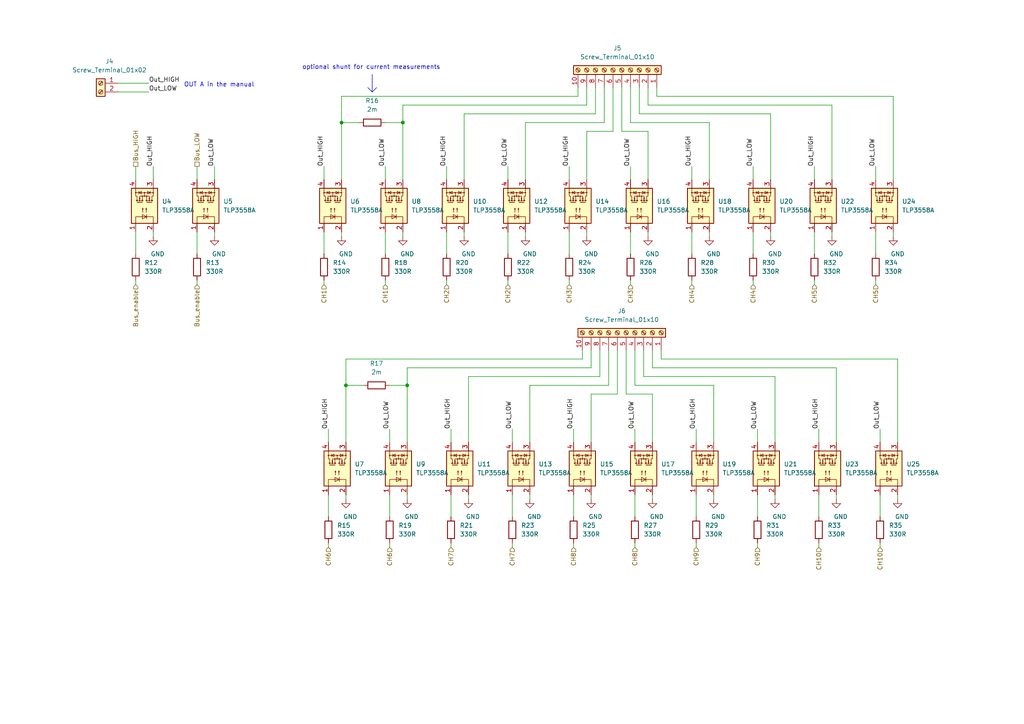
<source format=kicad_sch>
(kicad_sch (version 20231120) (generator "eeschema") (generator_version "8.0")
  (paper "A4")
  (title_block (title "Keithley 2000-SCAN-20 SSR") (date "2024-10-22") (rev "1.2.2") (comment 1 "Copyright (©) 2021, Patrick Baus <patrick.baus@physik.tu-darmstadt.de>") (comment 2 "Licensed under CERN OHL v.1.2") (comment 3 "Added fiducials (by MR-DOS), other changes listed on PCB document"))
  (lib_symbols
    (symbol "Connector:Screw_Terminal_01x02" (pin_names (offset 1.016) hide)
      (property "Reference" "J" (at 0 2.54 0))
      (property "Value" "Screw_Terminal_01x02" (at 0 -5.08 0))
      (symbol "Screw_Terminal_01x02_1_1"
        (rectangle (start -1.27 1.27) (end 1.27 -3.81) (stroke (width 0.254)) (fill (type background)))
        (circle (center 0 -2.54) (radius 0.635) (stroke (width 0.1524)))
        (polyline (pts (xy -0.5334 -2.2098) (xy 0.3302 -3.048)) (stroke (width 0.1524)))
        (polyline (pts (xy -0.5334 0.3302) (xy 0.3302 -0.508)) (stroke (width 0.1524)))
        (polyline (pts (xy -0.3556 -2.032) (xy 0.508 -2.8702)) (stroke (width 0.1524)))
        (polyline (pts (xy -0.3556 0.508) (xy 0.508 -0.3302)) (stroke (width 0.1524)))
        (circle (center 0 0) (radius 0.635) (stroke (width 0.1524)))
        (pin passive line (at -5.08 0 0) (length 3.81) (name "Pin_1") (number "1"))
        (pin passive line (at -5.08 -2.54 0) (length 3.81) (name "Pin_2") (number "2"))
      )
    )
    (symbol "Connector:Screw_Terminal_01x10" (pin_names (offset 1.016) hide)
      (property "Reference" "J" (at 0 12.7 0))
      (property "Value" "Screw_Terminal_01x10" (at 0 -15.24 0))
      (symbol "Screw_Terminal_01x10_1_1"
        (rectangle (start -1.27 11.43) (end 1.27 -13.97) (stroke (width 0.254)) (fill (type background)))
        (circle (center 0 -12.7) (radius 0.635) (stroke (width 0.1524)))
        (circle (center 0 -10.16) (radius 0.635) (stroke (width 0.1524)))
        (circle (center 0 -7.62) (radius 0.635) (stroke (width 0.1524)))
        (circle (center 0 -5.08) (radius 0.635) (stroke (width 0.1524)))
        (circle (center 0 -2.54) (radius 0.635) (stroke (width 0.1524)))
        (polyline (pts (xy -0.5334 -12.3698) (xy 0.3302 -13.208)) (stroke (width 0.1524)))
        (polyline (pts (xy -0.5334 -9.8298) (xy 0.3302 -10.668)) (stroke (width 0.1524)))
        (polyline (pts (xy -0.5334 -7.2898) (xy 0.3302 -8.128)) (stroke (width 0.1524)))
        (polyline (pts (xy -0.5334 -4.7498) (xy 0.3302 -5.588)) (stroke (width 0.1524)))
        (polyline (pts (xy -0.5334 -2.2098) (xy 0.3302 -3.048)) (stroke (width 0.1524)))
        (polyline (pts (xy -0.5334 0.3302) (xy 0.3302 -0.508)) (stroke (width 0.1524)))
        (polyline (pts (xy -0.5334 2.8702) (xy 0.3302 2.032)) (stroke (width 0.1524)))
        (polyline (pts (xy -0.5334 5.4102) (xy 0.3302 4.572)) (stroke (width 0.1524)))
        (polyline (pts (xy -0.5334 7.9502) (xy 0.3302 7.112)) (stroke (width 0.1524)))
        (polyline (pts (xy -0.5334 10.4902) (xy 0.3302 9.652)) (stroke (width 0.1524)))
        (polyline (pts (xy -0.3556 -12.192) (xy 0.508 -13.0302)) (stroke (width 0.1524)))
        (polyline (pts (xy -0.3556 -9.652) (xy 0.508 -10.4902)) (stroke (width 0.1524)))
        (polyline (pts (xy -0.3556 -7.112) (xy 0.508 -7.9502)) (stroke (width 0.1524)))
        (polyline (pts (xy -0.3556 -4.572) (xy 0.508 -5.4102)) (stroke (width 0.1524)))
        (polyline (pts (xy -0.3556 -2.032) (xy 0.508 -2.8702)) (stroke (width 0.1524)))
        (polyline (pts (xy -0.3556 0.508) (xy 0.508 -0.3302)) (stroke (width 0.1524)))
        (polyline (pts (xy -0.3556 3.048) (xy 0.508 2.2098)) (stroke (width 0.1524)))
        (polyline (pts (xy -0.3556 5.588) (xy 0.508 4.7498)) (stroke (width 0.1524)))
        (polyline (pts (xy -0.3556 8.128) (xy 0.508 7.2898)) (stroke (width 0.1524)))
        (polyline (pts (xy -0.3556 10.668) (xy 0.508 9.8298)) (stroke (width 0.1524)))
        (circle (center 0 0) (radius 0.635) (stroke (width 0.1524)))
        (circle (center 0 2.54) (radius 0.635) (stroke (width 0.1524)))
        (circle (center 0 5.08) (radius 0.635) (stroke (width 0.1524)))
        (circle (center 0 7.62) (radius 0.635) (stroke (width 0.1524)))
        (circle (center 0 10.16) (radius 0.635) (stroke (width 0.1524)))
        (pin passive line (at -5.08 10.16 0) (length 3.81) (name "Pin_1") (number "1"))
        (pin passive line (at -5.08 -12.7 0) (length 3.81) (name "Pin_10") (number "10"))
        (pin passive line (at -5.08 7.62 0) (length 3.81) (name "Pin_2") (number "2"))
        (pin passive line (at -5.08 5.08 0) (length 3.81) (name "Pin_3") (number "3"))
        (pin passive line (at -5.08 2.54 0) (length 3.81) (name "Pin_4") (number "4"))
        (pin passive line (at -5.08 0 0) (length 3.81) (name "Pin_5") (number "5"))
        (pin passive line (at -5.08 -2.54 0) (length 3.81) (name "Pin_6") (number "6"))
        (pin passive line (at -5.08 -5.08 0) (length 3.81) (name "Pin_7") (number "7"))
        (pin passive line (at -5.08 -7.62 0) (length 3.81) (name "Pin_8") (number "8"))
        (pin passive line (at -5.08 -10.16 0) (length 3.81) (name "Pin_9") (number "9"))
      )
    )
    (symbol "Device:R" (pin_numbers hide) (pin_names (offset 0))
      (property "Reference" "R" (at 2.032 0 90))
      (property "Value" "R" (at 0 0 90))
      (symbol "R_0_1"
        (rectangle (start -1.016 -2.54) (end 1.016 2.54) (stroke (width 0.254)))
      )
      (symbol "R_1_1"
        (pin passive line (at 0 3.81 270) (length 1.27) (name "~") (number "1"))
        (pin passive line (at 0 -3.81 90) (length 1.27) (name "~") (number "2"))
      )
    )
    (symbol "Relay_SolidState:TLP222A"
      (property "Reference" "U" (at -5.08 5.08 0))
      (property "Value" "TLP222A" (at 0 5.08 0))
      (symbol "TLP222A_0_1"
        (rectangle (start -5.08 3.81) (end 5.08 -3.81) (stroke (width 0.254)) (fill (type background)))
        (polyline (pts (xy -3.81 -0.635) (xy -2.54 -0.635)))
        (polyline (pts (xy 1.016 -0.635) (xy 1.016 -2.159)) (stroke (width 0.2032)))
        (polyline (pts (xy 1.016 2.159) (xy 1.016 0.635)) (stroke (width 0.2032)))
        (polyline (pts (xy 1.524 -0.508) (xy 1.524 -0.762)) (stroke (width 0.3556)))
        (polyline (pts (xy 2.794 0) (xy 3.81 0)))
        (polyline (pts (xy 3.429 -1.651) (xy 4.191 -1.651)))
        (polyline (pts (xy 3.429 1.651) (xy 4.191 1.651)))
        (polyline (pts (xy 3.81 -2.54) (xy 3.81 2.54)))
        (polyline (pts (xy 1.524 -2.032) (xy 1.524 -2.286) (xy 1.524 -2.286)) (stroke (width 0.3556)))
        (polyline (pts (xy 1.524 -1.27) (xy 1.524 -1.524) (xy 1.524 -1.524)) (stroke (width 0.3556)))
        (polyline (pts (xy 1.524 0.762) (xy 1.524 0.508) (xy 1.524 0.508)) (stroke (width 0.3556)))
        (polyline (pts (xy 1.524 1.524) (xy 1.524 1.27) (xy 1.524 1.27)) (stroke (width 0.3556)))
        (polyline (pts (xy 1.524 2.286) (xy 1.524 2.032) (xy 1.524 2.032)) (stroke (width 0.3556)))
        (polyline (pts (xy 1.651 -1.397) (xy 2.794 -1.397) (xy 2.794 -0.635)))
        (polyline (pts (xy 1.651 1.397) (xy 2.794 1.397) (xy 2.794 0.635)))
        (polyline (pts (xy -5.08 2.54) (xy -3.175 2.54) (xy -3.175 -2.54) (xy -5.08 -2.54)))
        (polyline (pts (xy -3.175 -0.635) (xy -3.81 0.635) (xy -2.54 0.635) (xy -3.175 -0.635)))
        (polyline (pts (xy 1.651 -2.159) (xy 2.794 -2.159) (xy 2.794 -2.54) (xy 5.08 -2.54)))
        (polyline (pts (xy 1.651 -0.635) (xy 2.794 -0.635) (xy 2.794 0.635) (xy 1.651 0.635)))
        (polyline (pts (xy 1.651 2.159) (xy 2.794 2.159) (xy 2.794 2.54) (xy 5.08 2.54)))
        (polyline (pts (xy 1.778 -1.397) (xy 2.286 -1.27) (xy 2.286 -1.524) (xy 1.778 -1.397)))
        (polyline (pts (xy 1.778 1.397) (xy 2.286 1.524) (xy 2.286 1.27) (xy 1.778 1.397)))
        (polyline (pts (xy 3.81 -1.651) (xy 3.429 -0.889) (xy 4.191 -0.889) (xy 3.81 -1.651)))
        (polyline (pts (xy 3.81 1.651) (xy 3.429 0.889) (xy 4.191 0.889) (xy 3.81 1.651)))
        (polyline (pts (xy -1.905 -0.508) (xy -0.635 -0.508) (xy -1.016 -0.635) (xy -1.016 -0.381) (xy -0.635 -0.508)))
        (polyline (pts (xy -1.905 0.508) (xy -0.635 0.508) (xy -1.016 0.381) (xy -1.016 0.635) (xy -0.635 0.508)))
        (circle (center 2.794 -0.635) (radius 0.127))
        (circle (center 2.794 0) (radius 0.127))
        (circle (center 2.794 0.635) (radius 0.127))
        (circle (center 3.81 -2.54) (radius 0.127))
        (circle (center 3.81 0) (radius 0.127))
        (circle (center 3.81 2.54) (radius 0.127))
      )
      (symbol "TLP222A_1_1"
        (pin passive line (at -7.62 2.54 0) (length 2.54) (name "~") (number "1"))
        (pin passive line (at -7.62 -2.54 0) (length 2.54) (name "~") (number "2"))
        (pin passive line (at 7.62 -2.54 180) (length 2.54) (name "~") (number "3"))
        (pin passive line (at 7.62 2.54 180) (length 2.54) (name "~") (number "4"))
      )
    )
    (symbol "power:GND" (power) (pin_names (offset 0))
      (property "Value" "GND" (at 0 -3.81 0))
      (symbol "GND_0_1"
        (polyline (pts (xy 0 0) (xy 0 -1.27) (xy 1.27 -1.27) (xy 0 -2.54) (xy -1.27 -1.27) (xy 0 -1.27)))
      )
      (symbol "GND_1_1"
        (pin power_in line (at 0 0 270) (length 0) hide (name "GND") (number "1"))
      )
    )
  )
  (junction (at 116.84 35.56))
  (junction (at 99.06 35.56))
  (junction (at 100.33 111.76))
  (junction (at 118.11 111.76))
  (wire (pts (xy 187.96 25.4) (xy 187.96 30.48)))
  (wire (pts (xy 200.66 81.28) (xy 200.66 82.55)))
  (wire (pts (xy 236.22 67.31) (xy 236.22 73.66)))
  (wire (pts (xy 39.37 81.28) (xy 39.37 82.55)))
  (wire (pts (xy 241.3 67.31) (xy 241.3 68.58)))
  (wire (pts (xy 224.79 143.51) (xy 224.79 144.78)))
  (wire (pts (xy 113.03 124.46) (xy 113.03 128.27)))
  (wire (pts (xy 111.76 67.31) (xy 111.76 73.66)))
  (wire (pts (xy 218.44 81.28) (xy 218.44 82.55)))
  (wire (pts (xy 135.89 128.27) (xy 135.89 109.22)))
  (wire (pts (xy 152.4 35.56) (xy 175.26 35.56)))
  (wire (pts (xy 201.93 157.48) (xy 201.93 158.75)))
  (wire (pts (xy 166.37 124.46) (xy 166.37 128.27)))
  (wire (pts (xy 255.27 124.46) (xy 255.27 128.27)))
  (wire (pts (xy 219.71 157.48) (xy 219.71 158.75)))
  (wire (pts (xy 34.29 26.67) (xy 43.18 26.67)))
  (wire (pts (xy 189.23 143.51) (xy 189.23 144.78)))
  (wire (pts (xy 170.18 67.31) (xy 170.18 68.58)))
  (wire (pts (xy 166.37 157.48) (xy 166.37 158.75)))
  (wire (pts (xy 200.66 48.26) (xy 200.66 52.07)))
  (wire (pts (xy 129.54 81.28) (xy 129.54 82.55)))
  (wire (pts (xy 185.42 25.4) (xy 185.42 33.02)))
  (wire (pts (xy 182.88 48.26) (xy 182.88 52.07)))
  (wire (pts (xy 111.76 81.28) (xy 111.76 82.55)))
  (wire (pts (xy 148.59 157.48) (xy 148.59 158.75)))
  (wire (pts (xy 135.89 109.22) (xy 173.99 109.22)))
  (wire (pts (xy 130.81 143.51) (xy 130.81 149.86)))
  (wire (pts (xy 44.45 67.31) (xy 44.45 68.58)))
  (wire (pts (xy 181.61 114.3) (xy 181.61 101.6)))
  (wire (pts (xy 184.15 157.48) (xy 184.15 158.75)))
  (wire (pts (xy 130.81 124.46) (xy 130.81 128.27)))
  (wire (pts (xy 100.33 128.27) (xy 100.33 111.76)))
  (wire (pts (xy 180.34 38.1) (xy 180.34 25.4)))
  (wire (pts (xy 219.71 124.46) (xy 219.71 128.27)))
  (wire (pts (xy 111.76 35.56) (xy 116.84 35.56)))
  (wire (pts (xy 190.5 25.4) (xy 190.5 27.94)))
  (wire (pts (xy 207.01 143.51) (xy 207.01 144.78)))
  (wire (pts (xy 189.23 101.6) (xy 189.23 106.68)))
  (wire (pts (xy 168.91 104.14) (xy 168.91 101.6)))
  (wire (pts (xy 44.45 48.26) (xy 44.45 52.07)))
  (wire (pts (xy 191.77 101.6) (xy 191.77 104.14)))
  (wire (pts (xy 242.57 106.68) (xy 242.57 128.27)))
  (wire (pts (xy 260.35 104.14) (xy 260.35 128.27)))
  (wire (pts (xy 39.37 52.07) (xy 39.37 48.26)))
  (wire (pts (xy 95.25 157.48) (xy 95.25 158.75)))
  (wire (pts (xy 113.03 143.51) (xy 113.03 149.86)))
  (wire (pts (xy 259.08 27.94) (xy 259.08 52.07)))
  (wire (pts (xy 99.06 67.31) (xy 99.06 68.58)))
  (wire (pts (xy 186.69 109.22) (xy 224.79 109.22)))
  (wire (pts (xy 184.15 143.51) (xy 184.15 149.86)))
  (wire (pts (xy 95.25 143.51) (xy 95.25 149.86)))
  (wire (pts (xy 190.5 27.94) (xy 259.08 27.94)))
  (wire (pts (xy 218.44 48.26) (xy 218.44 52.07)))
  (wire (pts (xy 218.44 67.31) (xy 218.44 73.66)))
  (wire (pts (xy 171.45 106.68) (xy 171.45 101.6)))
  (wire (pts (xy 223.52 33.02) (xy 223.52 52.07)))
  (wire (pts (xy 182.88 67.31) (xy 182.88 73.66)))
  (polyline (pts (xy 107.95 21.59) (xy 107.95 26.67)))
  (wire (pts (xy 201.93 124.46) (xy 201.93 128.27)))
  (wire (pts (xy 113.03 157.48) (xy 113.03 158.75)))
  (wire (pts (xy 153.67 143.51) (xy 153.67 144.78)))
  (wire (pts (xy 242.57 143.51) (xy 242.57 144.78)))
  (wire (pts (xy 116.84 30.48) (xy 170.18 30.48)))
  (wire (pts (xy 187.96 30.48) (xy 241.3 30.48)))
  (wire (pts (xy 104.14 35.56) (xy 99.06 35.56)))
  (wire (pts (xy 175.26 35.56) (xy 175.26 25.4)))
  (wire (pts (xy 130.81 157.48) (xy 130.81 158.75)))
  (wire (pts (xy 153.67 128.27) (xy 153.67 111.76)))
  (wire (pts (xy 62.23 67.31) (xy 62.23 68.58)))
  (wire (pts (xy 34.29 24.13) (xy 43.18 24.13)))
  (wire (pts (xy 93.98 81.28) (xy 93.98 82.55)))
  (wire (pts (xy 173.99 109.22) (xy 173.99 101.6)))
  (wire (pts (xy 147.32 67.31) (xy 147.32 73.66)))
  (wire (pts (xy 57.15 67.31) (xy 57.15 73.66)))
  (wire (pts (xy 179.07 114.3) (xy 171.45 114.3)))
  (wire (pts (xy 171.45 114.3) (xy 171.45 128.27)))
  (wire (pts (xy 187.96 67.31) (xy 187.96 68.58)))
  (wire (pts (xy 95.25 124.46) (xy 95.25 128.27)))
  (wire (pts (xy 189.23 106.68) (xy 242.57 106.68)))
  (wire (pts (xy 57.15 52.07) (xy 57.15 48.26)))
  (wire (pts (xy 172.72 33.02) (xy 172.72 25.4)))
  (wire (pts (xy 99.06 27.94) (xy 167.64 27.94)))
  (wire (pts (xy 186.69 101.6) (xy 186.69 109.22)))
  (wire (pts (xy 93.98 67.31) (xy 93.98 73.66)))
  (wire (pts (xy 184.15 124.46) (xy 184.15 128.27)))
  (wire (pts (xy 165.1 48.26) (xy 165.1 52.07)))
  (wire (pts (xy 129.54 48.26) (xy 129.54 52.07)))
  (wire (pts (xy 201.93 143.51) (xy 201.93 149.86)))
  (wire (pts (xy 39.37 67.31) (xy 39.37 73.66)))
  (wire (pts (xy 254 81.28) (xy 254 82.55)))
  (wire (pts (xy 255.27 157.48) (xy 255.27 158.75)))
  (wire (pts (xy 134.62 33.02) (xy 172.72 33.02)))
  (wire (pts (xy 205.74 67.31) (xy 205.74 68.58)))
  (wire (pts (xy 237.49 124.46) (xy 237.49 128.27)))
  (wire (pts (xy 167.64 27.94) (xy 167.64 25.4)))
  (wire (pts (xy 153.67 111.76) (xy 176.53 111.76)))
  (wire (pts (xy 260.35 143.51) (xy 260.35 144.78)))
  (wire (pts (xy 165.1 81.28) (xy 165.1 82.55)))
  (wire (pts (xy 148.59 143.51) (xy 148.59 149.86)))
  (wire (pts (xy 185.42 33.02) (xy 223.52 33.02)))
  (wire (pts (xy 189.23 114.3) (xy 181.61 114.3)))
  (wire (pts (xy 111.76 48.26) (xy 111.76 52.07)))
  (wire (pts (xy 148.59 124.46) (xy 148.59 128.27)))
  (wire (pts (xy 113.03 111.76) (xy 118.11 111.76)))
  (wire (pts (xy 116.84 35.56) (xy 116.84 30.48)))
  (wire (pts (xy 100.33 111.76) (xy 100.33 104.14)))
  (wire (pts (xy 219.71 143.51) (xy 219.71 149.86)))
  (wire (pts (xy 207.01 111.76) (xy 207.01 128.27)))
  (wire (pts (xy 165.1 67.31) (xy 165.1 73.66)))
  (wire (pts (xy 187.96 38.1) (xy 187.96 52.07)))
  (wire (pts (xy 93.98 48.26) (xy 93.98 52.07)))
  (wire (pts (xy 166.37 143.51) (xy 166.37 149.86)))
  (wire (pts (xy 255.27 143.51) (xy 255.27 149.86)))
  (wire (pts (xy 259.08 67.31) (xy 259.08 68.58)))
  (wire (pts (xy 254 48.26) (xy 254 52.07)))
  (wire (pts (xy 177.8 38.1) (xy 170.18 38.1)))
  (wire (pts (xy 184.15 111.76) (xy 207.01 111.76)))
  (wire (pts (xy 152.4 67.31) (xy 152.4 68.58)))
  (wire (pts (xy 224.79 109.22) (xy 224.79 128.27)))
  (wire (pts (xy 254 67.31) (xy 254 73.66)))
  (wire (pts (xy 129.54 67.31) (xy 129.54 73.66)))
  (wire (pts (xy 105.41 111.76) (xy 100.33 111.76)))
  (wire (pts (xy 177.8 25.4) (xy 177.8 38.1)))
  (wire (pts (xy 189.23 114.3) (xy 189.23 128.27)))
  (polyline (pts (xy 106.68 25.4) (xy 107.95 26.67)))
  (wire (pts (xy 176.53 111.76) (xy 176.53 101.6)))
  (wire (pts (xy 118.11 128.27) (xy 118.11 111.76)))
  (wire (pts (xy 100.33 104.14) (xy 168.91 104.14)))
  (wire (pts (xy 147.32 81.28) (xy 147.32 82.55)))
  (wire (pts (xy 135.89 143.51) (xy 135.89 144.78)))
  (wire (pts (xy 99.06 52.07) (xy 99.06 35.56)))
  (wire (pts (xy 241.3 30.48) (xy 241.3 52.07)))
  (wire (pts (xy 118.11 106.68) (xy 171.45 106.68)))
  (wire (pts (xy 152.4 35.56) (xy 152.4 52.07)))
  (wire (pts (xy 116.84 67.31) (xy 116.84 68.58)))
  (wire (pts (xy 170.18 38.1) (xy 170.18 52.07)))
  (wire (pts (xy 200.66 67.31) (xy 200.66 73.66)))
  (wire (pts (xy 236.22 48.26) (xy 236.22 52.07)))
  (wire (pts (xy 179.07 101.6) (xy 179.07 114.3)))
  (wire (pts (xy 134.62 33.02) (xy 134.62 52.07)))
  (wire (pts (xy 57.15 81.28) (xy 57.15 82.55)))
  (wire (pts (xy 118.11 111.76) (xy 118.11 106.68)))
  (polyline (pts (xy 107.95 26.67) (xy 109.22 25.4)))
  (wire (pts (xy 116.84 52.07) (xy 116.84 35.56)))
  (wire (pts (xy 170.18 30.48) (xy 170.18 25.4)))
  (wire (pts (xy 236.22 81.28) (xy 236.22 82.55)))
  (wire (pts (xy 99.06 35.56) (xy 99.06 27.94)))
  (wire (pts (xy 187.96 38.1) (xy 180.34 38.1)))
  (wire (pts (xy 182.88 25.4) (xy 182.88 35.56)))
  (wire (pts (xy 62.23 48.26) (xy 62.23 52.07)))
  (wire (pts (xy 171.45 143.51) (xy 171.45 144.78)))
  (wire (pts (xy 134.62 67.31) (xy 134.62 68.58)))
  (wire (pts (xy 118.11 143.51) (xy 118.11 144.78)))
  (wire (pts (xy 100.33 143.51) (xy 100.33 144.78)))
  (wire (pts (xy 237.49 157.48) (xy 237.49 158.75)))
  (wire (pts (xy 147.32 48.26) (xy 147.32 52.07)))
  (wire (pts (xy 237.49 143.51) (xy 237.49 149.86)))
  (wire (pts (xy 191.77 104.14) (xy 260.35 104.14)))
  (wire (pts (xy 205.74 35.56) (xy 205.74 52.07)))
  (wire (pts (xy 223.52 67.31) (xy 223.52 68.58)))
  (wire (pts (xy 184.15 101.6) (xy 184.15 111.76)))
  (wire (pts (xy 182.88 35.56) (xy 205.74 35.56)))
  (wire (pts (xy 182.88 81.28) (xy 182.88 82.55)))
  (text "optional shunt for current measurements" (at 87.63 20.32 0) (effects (font (size 1.27 1.27)) (justify left bottom)))
  (text "OUT A in the manual" (at 53.34 25.4 0) (effects (font (size 1.27 1.27)) (justify left bottom)))
  (label "Out_HIGH" (at 130.81 124.46 90))
  (label "Out_LOW" (at 219.71 124.46 90))
  (label "Out_HIGH" (at 237.49 124.46 90))
  (label "Out_HIGH" (at 236.22 48.26 90))
  (label "Out_LOW" (at 147.32 48.26 90))
  (label "Out_LOW" (at 62.23 48.26 90))
  (label "Out_HIGH" (at 200.66 48.26 90))
  (label "Out_HIGH" (at 166.37 124.46 90))
  (label "Out_HIGH" (at 44.45 48.26 90))
  (label "Out_LOW" (at 218.44 48.26 90))
  (label "Out_HIGH" (at 129.54 48.26 90))
  (label "Out_HIGH" (at 43.18 24.13 0))
  (label "Out_HIGH" (at 201.93 124.46 90))
  (label "Out_LOW" (at 184.15 124.46 90))
  (label "Out_LOW" (at 113.03 124.46 90))
  (label "Out_LOW" (at 255.27 124.46 90))
  (label "Out_LOW" (at 182.88 48.26 90))
  (label "Out_LOW" (at 254 48.26 90))
  (label "Out_LOW" (at 43.18 26.67 0))
  (label "Out_HIGH" (at 93.98 48.26 90))
  (label "Out_HIGH" (at 95.25 124.46 90))
  (label "Out_HIGH" (at 165.1 48.26 90))
  (label "Out_LOW" (at 148.59 124.46 90))
  (label "Out_LOW" (at 111.76 48.26 90))
  (hierarchical_label "Bus_HIGH" (shape passive) (at 39.37 48.26 90))
  (hierarchical_label "CH9" (shape input) (at 201.93 158.75 270))
  (hierarchical_label "CH3" (shape input) (at 165.1 82.55 270))
  (hierarchical_label "CH8" (shape input) (at 184.15 158.75 270))
  (hierarchical_label "CH1" (shape input) (at 111.76 82.55 270))
  (hierarchical_label "CH2" (shape input) (at 147.32 82.55 270))
  (hierarchical_label "Bus_LOW" (shape passive) (at 57.15 48.26 90))
  (hierarchical_label "CH8" (shape input) (at 166.37 158.75 270))
  (hierarchical_label "Bus_enable" (shape input) (at 39.37 82.55 270))
  (hierarchical_label "CH4" (shape input) (at 200.66 82.55 270))
  (hierarchical_label "CH1" (shape input) (at 93.98 82.55 270))
  (hierarchical_label "CH5" (shape input) (at 236.22 82.55 270))
  (hierarchical_label "CH6" (shape input) (at 113.03 158.75 270))
  (hierarchical_label "CH9" (shape input) (at 219.71 158.75 270))
  (hierarchical_label "CH6" (shape input) (at 95.25 158.75 270))
  (hierarchical_label "CH7" (shape input) (at 130.81 158.75 270))
  (hierarchical_label "Bus_enable" (shape input) (at 57.15 82.55 270))
  (hierarchical_label "CH4" (shape input) (at 218.44 82.55 270))
  (hierarchical_label "CH2" (shape input) (at 129.54 82.55 270))
  (hierarchical_label "CH10" (shape input) (at 255.27 158.75 270))
  (hierarchical_label "CH3" (shape input) (at 182.88 82.55 270))
  (hierarchical_label "CH7" (shape input) (at 148.59 158.75 270))
  (hierarchical_label "CH5" (shape input) (at 254 82.55 270))
  (hierarchical_label "CH10" (shape input) (at 237.49 158.75 270))
  (symbol (lib_id "Relay_SolidState:TLP222A") (at 96.52 59.69 90) (unit 1)
    (property "Reference" "U6" (at 101.6 58.42 90) (effects (justify right)))
    (property "Value" "TLP3558A" (at 101.6 60.96 90) (effects (justify right)))
    (property "Footprint" "Package_DIP:DIP-4_W7.62mm" (effects (hide yes)))
    (property "Datasheet" "https://toshiba.semicon-storage.com/info/docget.jsp?did=17036&prodName=TLP222A" (effects (hide yes)))
    (property "MFN" "Toshiba" (effects (hide yes)))
    (property "PN" "TLP3558A(F" (effects (hide yes)))
  )
  (symbol (lib_id "power:GND") (at 99.06 68.58 0) (unit 1)
    (property "Reference" "#PWR033" (effects (hide yes)))
    (property "Value" "GND" (at 100.33 73.66 0))
  )
  (symbol (lib_id "Relay_SolidState:TLP222A") (at 114.3 59.69 90) (unit 1)
    (property "Reference" "U8" (at 119.38 58.42 90) (effects (justify right)))
    (property "Value" "TLP3558A" (at 119.38 60.96 90) (effects (justify right)))
    (property "Footprint" "Package_DIP:DIP-4_W7.62mm" (effects (hide yes)))
    (property "Datasheet" "https://toshiba.semicon-storage.com/info/docget.jsp?did=17036&prodName=TLP222A" (effects (hide yes)))
    (property "MFN" "Toshiba" (effects (hide yes)))
    (property "PN" "TLP3558A(F" (effects (hide yes)))
  )
  (symbol (lib_id "power:GND") (at 116.84 68.58 0) (unit 1)
    (property "Reference" "#PWR035" (effects (hide yes)))
    (property "Value" "GND" (at 118.11 73.66 0))
  )
  (symbol (lib_id "Connector:Screw_Terminal_01x10") (at 180.34 20.32 270) (mirror x) (unit 1)
    (property "Reference" "J5" (at 179.07 13.97 90))
    (property "Value" "Screw_Terminal_01x10" (at 179.07 16.51 90))
    (property "Footprint" "Custom_footprints_project:TerminalBlock_Phoenix_SMKDSN-1,5-10-5.08_1x10_P5.08mm_Horizontal" (effects (hide yes)))
    (property "MFN" "Phoenix Contact" (effects (hide yes)))
    (property "PN" "1869295" (effects (hide yes)))
  )
  (symbol (lib_id "Relay_SolidState:TLP222A") (at 132.08 59.69 90) (unit 1)
    (property "Reference" "U10" (at 137.16 58.42 90) (effects (justify right)))
    (property "Value" "TLP3558A" (at 137.16 60.96 90) (effects (justify right)))
    (property "Footprint" "Package_DIP:DIP-4_W7.62mm" (effects (hide yes)))
    (property "Datasheet" "https://toshiba.semicon-storage.com/info/docget.jsp?did=17036&prodName=TLP222A" (effects (hide yes)))
    (property "MFN" "Toshiba" (effects (hide yes)))
    (property "PN" "TLP3558A(F" (effects (hide yes)))
  )
  (symbol (lib_id "power:GND") (at 134.62 68.58 0) (unit 1)
    (property "Reference" "#PWR037" (effects (hide yes)))
    (property "Value" "GND" (at 135.89 73.66 0))
  )
  (symbol (lib_id "power:GND") (at 187.96 68.58 0) (unit 1)
    (property "Reference" "#PWR043" (effects (hide yes)))
    (property "Value" "GND" (at 189.23 73.66 0))
  )
  (symbol (lib_id "Device:R") (at 111.76 77.47 0) (unit 1)
    (property "Reference" "R18" (at 114.3 76.2 0) (effects (justify left)))
    (property "Value" "330R" (at 114.3 78.74 0) (effects (justify left)))
    (property "Footprint" "Resistor_SMD:R_0603_1608Metric" (effects (hide yes)))
    (property "MFN" "Vishay" (effects (hide yes)))
    (property "PN" "CRCW0603330RJNEB" (effects (hide yes)))
  )
  (symbol (lib_id "Device:R") (at 129.54 77.47 0) (unit 1)
    (property "Reference" "R20" (at 132.08 76.2 0) (effects (justify left)))
    (property "Value" "330R" (at 132.08 78.74 0) (effects (justify left)))
    (property "Footprint" "Resistor_SMD:R_0603_1608Metric" (effects (hide yes)))
    (property "MFN" "Vishay" (effects (hide yes)))
    (property "PN" "CRCW0603330RJNEB" (effects (hide yes)))
  )
  (symbol (lib_id "Device:R") (at 165.1 77.47 0) (unit 1)
    (property "Reference" "R24" (at 167.64 76.2 0) (effects (justify left)))
    (property "Value" "330R" (at 167.64 78.74 0) (effects (justify left)))
    (property "Footprint" "Resistor_SMD:R_0603_1608Metric" (effects (hide yes)))
    (property "MFN" "Vishay" (effects (hide yes)))
    (property "PN" "CRCW0603330RJNEB" (effects (hide yes)))
  )
  (symbol (lib_id "Relay_SolidState:TLP222A") (at 203.2 59.69 90) (unit 1)
    (property "Reference" "U18" (at 208.28 58.42 90) (effects (justify right)))
    (property "Value" "TLP3558A" (at 208.28 60.96 90) (effects (justify right)))
    (property "Footprint" "Package_DIP:DIP-4_W7.62mm" (effects (hide yes)))
    (property "Datasheet" "https://toshiba.semicon-storage.com/info/docget.jsp?did=17036&prodName=TLP222A" (effects (hide yes)))
    (property "MFN" "Toshiba" (effects (hide yes)))
    (property "PN" "TLP3558A(F" (effects (hide yes)))
  )
  (symbol (lib_id "Device:R") (at 218.44 77.47 0) (unit 1)
    (property "Reference" "R30" (at 220.98 76.2 0) (effects (justify left)))
    (property "Value" "330R" (at 220.98 78.74 0) (effects (justify left)))
    (property "Footprint" "Resistor_SMD:R_0603_1608Metric" (effects (hide yes)))
    (property "MFN" "Vishay" (effects (hide yes)))
    (property "PN" "CRCW0603330RJNEB" (effects (hide yes)))
  )
  (symbol (lib_id "Relay_SolidState:TLP222A") (at 238.76 59.69 90) (unit 1)
    (property "Reference" "U22" (at 243.84 58.42 90) (effects (justify right)))
    (property "Value" "TLP3558A" (at 243.84 60.96 90) (effects (justify right)))
    (property "Footprint" "Package_DIP:DIP-4_W7.62mm" (effects (hide yes)))
    (property "Datasheet" "https://toshiba.semicon-storage.com/info/docget.jsp?did=17036&prodName=TLP222A" (effects (hide yes)))
    (property "MFN" "Toshiba" (effects (hide yes)))
    (property "PN" "TLP3558A(F" (effects (hide yes)))
  )
  (symbol (lib_id "power:GND") (at 241.3 68.58 0) (unit 1)
    (property "Reference" "#PWR049" (effects (hide yes)))
    (property "Value" "GND" (at 242.57 73.66 0))
  )
  (symbol (lib_id "Relay_SolidState:TLP222A") (at 256.54 59.69 90) (unit 1)
    (property "Reference" "U24" (at 261.62 58.42 90) (effects (justify right)))
    (property "Value" "TLP3558A" (at 261.62 60.96 90) (effects (justify right)))
    (property "Footprint" "Package_DIP:DIP-4_W7.62mm" (effects (hide yes)))
    (property "Datasheet" "https://toshiba.semicon-storage.com/info/docget.jsp?did=17036&prodName=TLP222A" (effects (hide yes)))
    (property "MFN" "Toshiba" (effects (hide yes)))
    (property "PN" "TLP3558A(F" (effects (hide yes)))
  )
  (symbol (lib_id "power:GND") (at 259.08 68.58 0) (unit 1)
    (property "Reference" "#PWR051" (effects (hide yes)))
    (property "Value" "GND" (at 260.35 73.66 0))
  )
  (symbol (lib_id "Device:R") (at 236.22 77.47 0) (unit 1)
    (property "Reference" "R32" (at 238.76 76.2 0) (effects (justify left)))
    (property "Value" "330R" (at 238.76 78.74 0) (effects (justify left)))
    (property "Footprint" "Resistor_SMD:R_0603_1608Metric" (effects (hide yes)))
    (property "MFN" "Vishay" (effects (hide yes)))
    (property "PN" "CRCW0603330RJNEB" (effects (hide yes)))
  )
  (symbol (lib_id "Relay_SolidState:TLP222A") (at 97.79 135.89 90) (unit 1)
    (property "Reference" "U7" (at 102.87 134.62 90) (effects (justify right)))
    (property "Value" "TLP3558A" (at 102.87 137.16 90) (effects (justify right)))
    (property "Footprint" "Package_DIP:DIP-4_W7.62mm" (effects (hide yes)))
    (property "Datasheet" "https://toshiba.semicon-storage.com/info/docget.jsp?did=17036&prodName=TLP222A" (effects (hide yes)))
    (property "MFN" "Toshiba" (effects (hide yes)))
    (property "PN" "TLP3558A(F" (effects (hide yes)))
  )
  (symbol (lib_id "power:GND") (at 100.33 144.78 0) (unit 1)
    (property "Reference" "#PWR034" (effects (hide yes)))
    (property "Value" "GND" (at 101.6 149.86 0))
  )
  (symbol (lib_id "Connector:Screw_Terminal_01x10") (at 181.61 96.52 270) (mirror x) (unit 1)
    (property "Reference" "J6" (at 180.34 90.17 90))
    (property "Value" "Screw_Terminal_01x10" (at 180.34 92.71 90))
    (property "Footprint" "Custom_footprints_project:TerminalBlock_Phoenix_SMKDSN-1,5-10-5.08_1x10_P5.08mm_Horizontal" (effects (hide yes)))
    (property "MFN" "Phoenix Contact" (effects (hide yes)))
    (property "PN" "1869295" (effects (hide yes)))
  )
  (symbol (lib_id "Relay_SolidState:TLP222A") (at 133.35 135.89 90) (unit 1)
    (property "Reference" "U11" (at 138.43 134.62 90) (effects (justify right)))
    (property "Value" "TLP3558A" (at 138.43 137.16 90) (effects (justify right)))
    (property "Footprint" "Package_DIP:DIP-4_W7.62mm" (effects (hide yes)))
    (property "Datasheet" "https://toshiba.semicon-storage.com/info/docget.jsp?did=17036&prodName=TLP222A" (effects (hide yes)))
    (property "MFN" "Toshiba" (effects (hide yes)))
    (property "PN" "TLP3558A(F" (effects (hide yes)))
  )
  (symbol (lib_id "power:GND") (at 135.89 144.78 0) (unit 1)
    (property "Reference" "#PWR038" (effects (hide yes)))
    (property "Value" "GND" (at 137.16 149.86 0))
  )
  (symbol (lib_id "Relay_SolidState:TLP222A") (at 151.13 135.89 90) (unit 1)
    (property "Reference" "U13" (at 156.21 134.62 90) (effects (justify right)))
    (property "Value" "TLP3558A" (at 156.21 137.16 90) (effects (justify right)))
    (property "Footprint" "Package_DIP:DIP-4_W7.62mm" (effects (hide yes)))
    (property "Datasheet" "https://toshiba.semicon-storage.com/info/docget.jsp?did=17036&prodName=TLP222A" (effects (hide yes)))
    (property "MFN" "Toshiba" (effects (hide yes)))
    (property "PN" "TLP3558A(F" (effects (hide yes)))
  )
  (symbol (lib_id "Relay_SolidState:TLP222A") (at 186.69 135.89 90) (unit 1)
    (property "Reference" "U17" (at 191.77 134.62 90) (effects (justify right)))
    (property "Value" "TLP3558A" (at 191.77 137.16 90) (effects (justify right)))
    (property "Footprint" "Package_DIP:DIP-4_W7.62mm" (effects (hide yes)))
    (property "Datasheet" "https://toshiba.semicon-storage.com/info/docget.jsp?did=17036&prodName=TLP222A" (effects (hide yes)))
    (property "MFN" "Toshiba" (effects (hide yes)))
    (property "PN" "TLP3558A(F" (effects (hide yes)))
  )
  (symbol (lib_id "power:GND") (at 189.23 144.78 0) (unit 1)
    (property "Reference" "#PWR044" (effects (hide yes)))
    (property "Value" "GND" (at 190.5 149.86 0))
  )
  (symbol (lib_id "Device:R") (at 113.03 153.67 0) (unit 1)
    (property "Reference" "R19" (at 115.57 152.4 0) (effects (justify left)))
    (property "Value" "330R" (at 115.57 154.94 0) (effects (justify left)))
    (property "Footprint" "Resistor_SMD:R_0603_1608Metric" (effects (hide yes)))
    (property "MFN" "Vishay" (effects (hide yes)))
    (property "PN" "CRCW0603330RJNEB" (effects (hide yes)))
  )
  (symbol (lib_id "Device:R") (at 130.81 153.67 0) (unit 1)
    (property "Reference" "R21" (at 133.35 152.4 0) (effects (justify left)))
    (property "Value" "330R" (at 133.35 154.94 0) (effects (justify left)))
    (property "Footprint" "Resistor_SMD:R_0603_1608Metric" (effects (hide yes)))
    (property "MFN" "Vishay" (effects (hide yes)))
    (property "PN" "CRCW0603330RJNEB" (effects (hide yes)))
  )
  (symbol (lib_id "Device:R") (at 148.59 153.67 0) (unit 1)
    (property "Reference" "R23" (at 151.13 152.4 0) (effects (justify left)))
    (property "Value" "330R" (at 151.13 154.94 0) (effects (justify left)))
    (property "Footprint" "Resistor_SMD:R_0603_1608Metric" (effects (hide yes)))
    (property "MFN" "Vishay" (effects (hide yes)))
    (property "PN" "CRCW0603330RJNEB" (effects (hide yes)))
  )
  (symbol (lib_id "Device:R") (at 166.37 153.67 0) (unit 1)
    (property "Reference" "R25" (at 168.91 152.4 0) (effects (justify left)))
    (property "Value" "330R" (at 168.91 154.94 0) (effects (justify left)))
    (property "Footprint" "Resistor_SMD:R_0603_1608Metric" (effects (hide yes)))
    (property "MFN" "Vishay" (effects (hide yes)))
    (property "PN" "CRCW0603330RJNEB" (effects (hide yes)))
  )
  (symbol (lib_id "Device:R") (at 184.15 153.67 0) (unit 1)
    (property "Reference" "R27" (at 186.69 152.4 0) (effects (justify left)))
    (property "Value" "330R" (at 186.69 154.94 0) (effects (justify left)))
    (property "Footprint" "Resistor_SMD:R_0603_1608Metric" (effects (hide yes)))
    (property "MFN" "Vishay" (effects (hide yes)))
    (property "PN" "CRCW0603330RJNEB" (effects (hide yes)))
  )
  (symbol (lib_id "Relay_SolidState:TLP222A") (at 204.47 135.89 90) (unit 1)
    (property "Reference" "U19" (at 209.55 134.62 90) (effects (justify right)))
    (property "Value" "TLP3558A" (at 209.55 137.16 90) (effects (justify right)))
    (property "Footprint" "Package_DIP:DIP-4_W7.62mm" (effects (hide yes)))
    (property "Datasheet" "https://toshiba.semicon-storage.com/info/docget.jsp?did=17036&prodName=TLP222A" (effects (hide yes)))
    (property "MFN" "Toshiba" (effects (hide yes)))
    (property "PN" "TLP3558A(F" (effects (hide yes)))
  )
  (symbol (lib_id "Device:R") (at 219.71 153.67 0) (unit 1)
    (property "Reference" "R31" (at 222.25 152.4 0) (effects (justify left)))
    (property "Value" "330R" (at 222.25 154.94 0) (effects (justify left)))
    (property "Footprint" "Resistor_SMD:R_0603_1608Metric" (effects (hide yes)))
    (property "MFN" "Vishay" (effects (hide yes)))
    (property "PN" "CRCW0603330RJNEB" (effects (hide yes)))
  )
  (symbol (lib_id "Relay_SolidState:TLP222A") (at 240.03 135.89 90) (unit 1)
    (property "Reference" "U23" (at 245.11 134.62 90) (effects (justify right)))
    (property "Value" "TLP3558A" (at 245.11 137.16 90) (effects (justify right)))
    (property "Footprint" "Package_DIP:DIP-4_W7.62mm" (effects (hide yes)))
    (property "Datasheet" "https://toshiba.semicon-storage.com/info/docget.jsp?did=17036&prodName=TLP222A" (effects (hide yes)))
    (property "MFN" "Toshiba" (effects (hide yes)))
    (property "PN" "TLP3558A(F" (effects (hide yes)))
  )
  (symbol (lib_id "power:GND") (at 242.57 144.78 0) (unit 1)
    (property "Reference" "#PWR050" (effects (hide yes)))
    (property "Value" "GND" (at 243.84 149.86 0))
  )
  (symbol (lib_id "Relay_SolidState:TLP222A") (at 257.81 135.89 90) (unit 1)
    (property "Reference" "U25" (at 262.89 134.62 90) (effects (justify right)))
    (property "Value" "TLP3558A" (at 262.89 137.16 90) (effects (justify right)))
    (property "Footprint" "Package_DIP:DIP-4_W7.62mm" (effects (hide yes)))
    (property "Datasheet" "https://toshiba.semicon-storage.com/info/docget.jsp?did=17036&prodName=TLP222A" (effects (hide yes)))
    (property "MFN" "Toshiba" (effects (hide yes)))
    (property "PN" "TLP3558A(F" (effects (hide yes)))
  )
  (symbol (lib_id "power:GND") (at 260.35 144.78 0) (unit 1)
    (property "Reference" "#PWR052" (effects (hide yes)))
    (property "Value" "GND" (at 261.62 149.86 0))
  )
  (symbol (lib_id "Relay_SolidState:TLP222A") (at 41.91 59.69 90) (unit 1)
    (property "Reference" "U4" (at 46.99 58.42 90) (effects (justify right)))
    (property "Value" "TLP3558A" (at 46.99 60.96 90) (effects (justify right)))
    (property "Footprint" "Package_DIP:DIP-4_W7.62mm" (effects (hide yes)))
    (property "Datasheet" "https://toshiba.semicon-storage.com/info/docget.jsp?did=17036&prodName=TLP222A" (effects (hide yes)))
    (property "MFN" "Toshiba" (effects (hide yes)))
    (property "PN" "TLP3558A(F" (effects (hide yes)))
  )
  (symbol (lib_id "power:GND") (at 44.45 68.58 0) (unit 1)
    (property "Reference" "#PWR031" (effects (hide yes)))
    (property "Value" "GND" (at 45.72 73.66 0))
  )
  (symbol (lib_id "Relay_SolidState:TLP222A") (at 59.69 59.69 90) (unit 1)
    (property "Reference" "U5" (at 64.77 58.42 90) (effects (justify right)))
    (property "Value" "TLP3558A" (at 64.77 60.96 90) (effects (justify right)))
    (property "Footprint" "Package_DIP:DIP-4_W7.62mm" (effects (hide yes)))
    (property "Datasheet" "https://toshiba.semicon-storage.com/info/docget.jsp?did=17036&prodName=TLP222A" (effects (hide yes)))
    (property "MFN" "Toshiba" (effects (hide yes)))
    (property "PN" "TLP3558A(F" (effects (hide yes)))
  )
  (symbol (lib_id "Device:R") (at 93.98 77.47 0) (unit 1)
    (property "Reference" "R14" (at 96.52 76.2 0) (effects (justify left)))
    (property "Value" "330R" (at 96.52 78.74 0) (effects (justify left)))
    (property "Footprint" "Resistor_SMD:R_0603_1608Metric" (effects (hide yes)))
    (property "MFN" "Vishay" (effects (hide yes)))
    (property "PN" "CRCW0603330RJNEB" (effects (hide yes)))
  )
  (symbol (lib_id "Relay_SolidState:TLP222A") (at 149.86 59.69 90) (unit 1)
    (property "Reference" "U12" (at 154.94 58.42 90) (effects (justify right)))
    (property "Value" "TLP3558A" (at 154.94 60.96 90) (effects (justify right)))
    (property "Footprint" "Package_DIP:DIP-4_W7.62mm" (effects (hide yes)))
    (property "Datasheet" "https://toshiba.semicon-storage.com/info/docget.jsp?did=17036&prodName=TLP222A" (effects (hide yes)))
    (property "MFN" "Toshiba" (effects (hide yes)))
    (property "PN" "TLP3558A(F" (effects (hide yes)))
  )
  (symbol (lib_id "power:GND") (at 152.4 68.58 0) (unit 1)
    (property "Reference" "#PWR039" (effects (hide yes)))
    (property "Value" "GND" (at 153.67 73.66 0))
  )
  (symbol (lib_id "Relay_SolidState:TLP222A") (at 167.64 59.69 90) (unit 1)
    (property "Reference" "U14" (at 172.72 58.42 90) (effects (justify right)))
    (property "Value" "TLP3558A" (at 172.72 60.96 90) (effects (justify right)))
    (property "Footprint" "Package_DIP:DIP-4_W7.62mm" (effects (hide yes)))
    (property "Datasheet" "https://toshiba.semicon-storage.com/info/docget.jsp?did=17036&prodName=TLP222A" (effects (hide yes)))
    (property "MFN" "Toshiba" (effects (hide yes)))
    (property "PN" "TLP3558A(F" (effects (hide yes)))
  )
  (symbol (lib_id "power:GND") (at 170.18 68.58 0) (unit 1)
    (property "Reference" "#PWR041" (effects (hide yes)))
    (property "Value" "GND" (at 171.45 73.66 0))
  )
  (symbol (lib_id "Relay_SolidState:TLP222A") (at 185.42 59.69 90) (unit 1)
    (property "Reference" "U16" (at 190.5 58.42 90) (effects (justify right)))
    (property "Value" "TLP3558A" (at 190.5 60.96 90) (effects (justify right)))
    (property "Footprint" "Package_DIP:DIP-4_W7.62mm" (effects (hide yes)))
    (property "Datasheet" "https://toshiba.semicon-storage.com/info/docget.jsp?did=17036&prodName=TLP222A" (effects (hide yes)))
    (property "MFN" "Toshiba" (effects (hide yes)))
    (property "PN" "TLP3558A(F" (effects (hide yes)))
  )
  (symbol (lib_id "Device:R") (at 147.32 77.47 0) (unit 1)
    (property "Reference" "R22" (at 149.86 76.2 0) (effects (justify left)))
    (property "Value" "330R" (at 149.86 78.74 0) (effects (justify left)))
    (property "Footprint" "Resistor_SMD:R_0603_1608Metric" (effects (hide yes)))
    (property "MFN" "Vishay" (effects (hide yes)))
    (property "PN" "CRCW0603330RJNEB" (effects (hide yes)))
  )
  (symbol (lib_id "Device:R") (at 182.88 77.47 0) (unit 1)
    (property "Reference" "R26" (at 185.42 76.2 0) (effects (justify left)))
    (property "Value" "330R" (at 185.42 78.74 0) (effects (justify left)))
    (property "Footprint" "Resistor_SMD:R_0603_1608Metric" (effects (hide yes)))
    (property "MFN" "Vishay" (effects (hide yes)))
    (property "PN" "CRCW0603330RJNEB" (effects (hide yes)))
  )
  (symbol (lib_id "power:GND") (at 205.74 68.58 0) (unit 1)
    (property "Reference" "#PWR045" (effects (hide yes)))
    (property "Value" "GND" (at 207.01 73.66 0))
  )
  (symbol (lib_id "Relay_SolidState:TLP222A") (at 220.98 59.69 90) (unit 1)
    (property "Reference" "U20" (at 226.06 58.42 90) (effects (justify right)))
    (property "Value" "TLP3558A" (at 226.06 60.96 90) (effects (justify right)))
    (property "Footprint" "Package_DIP:DIP-4_W7.62mm" (effects (hide yes)))
    (property "Datasheet" "https://toshiba.semicon-storage.com/info/docget.jsp?did=17036&prodName=TLP222A" (effects (hide yes)))
    (property "MFN" "Toshiba" (effects (hide yes)))
    (property "PN" "TLP3558A(F" (effects (hide yes)))
  )
  (symbol (lib_id "power:GND") (at 223.52 68.58 0) (unit 1)
    (property "Reference" "#PWR047" (effects (hide yes)))
    (property "Value" "GND" (at 224.79 73.66 0))
  )
  (symbol (lib_id "Device:R") (at 200.66 77.47 0) (unit 1)
    (property "Reference" "R28" (at 203.2 76.2 0) (effects (justify left)))
    (property "Value" "330R" (at 203.2 78.74 0) (effects (justify left)))
    (property "Footprint" "Resistor_SMD:R_0603_1608Metric" (effects (hide yes)))
    (property "MFN" "Vishay" (effects (hide yes)))
    (property "PN" "CRCW0603330RJNEB" (effects (hide yes)))
  )
  (symbol (lib_id "Device:R") (at 254 77.47 0) (unit 1)
    (property "Reference" "R34" (at 256.54 76.2 0) (effects (justify left)))
    (property "Value" "330R" (at 256.54 78.74 0) (effects (justify left)))
    (property "Footprint" "Resistor_SMD:R_0603_1608Metric" (effects (hide yes)))
    (property "MFN" "Vishay" (effects (hide yes)))
    (property "PN" "CRCW0603330RJNEB" (effects (hide yes)))
  )
  (symbol (lib_id "Device:R") (at 95.25 153.67 0) (unit 1)
    (property "Reference" "R15" (at 97.79 152.4 0) (effects (justify left)))
    (property "Value" "330R" (at 97.79 154.94 0) (effects (justify left)))
    (property "Footprint" "Resistor_SMD:R_0603_1608Metric" (effects (hide yes)))
    (property "MFN" "Vishay" (effects (hide yes)))
    (property "PN" "CRCW0603330RJNEB" (effects (hide yes)))
  )
  (symbol (lib_id "Relay_SolidState:TLP222A") (at 115.57 135.89 90) (unit 1)
    (property "Reference" "U9" (at 120.65 134.62 90) (effects (justify right)))
    (property "Value" "TLP3558A" (at 120.65 137.16 90) (effects (justify right)))
    (property "Footprint" "Package_DIP:DIP-4_W7.62mm" (effects (hide yes)))
    (property "Datasheet" "https://toshiba.semicon-storage.com/info/docget.jsp?did=17036&prodName=TLP222A" (effects (hide yes)))
    (property "MFN" "Toshiba" (effects (hide yes)))
    (property "PN" "TLP3558A(F" (effects (hide yes)))
  )
  (symbol (lib_id "power:GND") (at 118.11 144.78 0) (unit 1)
    (property "Reference" "#PWR036" (effects (hide yes)))
    (property "Value" "GND" (at 119.38 149.86 0))
  )
  (symbol (lib_id "power:GND") (at 153.67 144.78 0) (unit 1)
    (property "Reference" "#PWR040" (effects (hide yes)))
    (property "Value" "GND" (at 154.94 149.86 0))
  )
  (symbol (lib_id "Relay_SolidState:TLP222A") (at 168.91 135.89 90) (unit 1)
    (property "Reference" "U15" (at 173.99 134.62 90) (effects (justify right)))
    (property "Value" "TLP3558A" (at 173.99 137.16 90) (effects (justify right)))
    (property "Footprint" "Package_DIP:DIP-4_W7.62mm" (effects (hide yes)))
    (property "Datasheet" "https://toshiba.semicon-storage.com/info/docget.jsp?did=17036&prodName=TLP222A" (effects (hide yes)))
    (property "MFN" "Toshiba" (effects (hide yes)))
    (property "PN" "TLP3558A(F" (effects (hide yes)))
  )
  (symbol (lib_id "power:GND") (at 171.45 144.78 0) (unit 1)
    (property "Reference" "#PWR042" (effects (hide yes)))
    (property "Value" "GND" (at 172.72 149.86 0))
  )
  (symbol (lib_id "power:GND") (at 207.01 144.78 0) (unit 1)
    (property "Reference" "#PWR046" (effects (hide yes)))
    (property "Value" "GND" (at 208.28 149.86 0))
  )
  (symbol (lib_id "Relay_SolidState:TLP222A") (at 222.25 135.89 90) (unit 1)
    (property "Reference" "U21" (at 227.33 134.62 90) (effects (justify right)))
    (property "Value" "TLP3558A" (at 227.33 137.16 90) (effects (justify right)))
    (property "Footprint" "Package_DIP:DIP-4_W7.62mm" (effects (hide yes)))
    (property "Datasheet" "https://toshiba.semicon-storage.com/info/docget.jsp?did=17036&prodName=TLP222A" (effects (hide yes)))
    (property "MFN" "Toshiba" (effects (hide yes)))
    (property "PN" "TLP3558A(F" (effects (hide yes)))
  )
  (symbol (lib_id "power:GND") (at 224.79 144.78 0) (unit 1)
    (property "Reference" "#PWR048" (effects (hide yes)))
    (property "Value" "GND" (at 226.06 149.86 0))
  )
  (symbol (lib_id "Device:R") (at 201.93 153.67 0) (unit 1)
    (property "Reference" "R29" (at 204.47 152.4 0) (effects (justify left)))
    (property "Value" "330R" (at 204.47 154.94 0) (effects (justify left)))
    (property "Footprint" "Resistor_SMD:R_0603_1608Metric" (effects (hide yes)))
    (property "MFN" "Vishay" (effects (hide yes)))
    (property "PN" "CRCW0603330RJNEB" (effects (hide yes)))
  )
  (symbol (lib_id "Device:R") (at 237.49 153.67 0) (unit 1)
    (property "Reference" "R33" (at 240.03 152.4 0) (effects (justify left)))
    (property "Value" "330R" (at 240.03 154.94 0) (effects (justify left)))
    (property "Footprint" "Resistor_SMD:R_0603_1608Metric" (effects (hide yes)))
    (property "MFN" "Vishay" (effects (hide yes)))
    (property "PN" "CRCW0603330RJNEB" (effects (hide yes)))
  )
  (symbol (lib_id "Device:R") (at 255.27 153.67 0) (unit 1)
    (property "Reference" "R35" (at 257.81 152.4 0) (effects (justify left)))
    (property "Value" "330R" (at 257.81 154.94 0) (effects (justify left)))
    (property "Footprint" "Resistor_SMD:R_0603_1608Metric" (effects (hide yes)))
    (property "MFN" "Vishay" (effects (hide yes)))
    (property "PN" "CRCW0603330RJNEB" (effects (hide yes)))
  )
  (symbol (lib_id "Device:R") (at 107.95 35.56 270) (unit 1)
    (property "Reference" "R16" (at 107.95 29.21 90))
    (property "Value" "2m" (at 107.95 31.75 90))
    (property "Footprint" "Resistor_SMD:R_2512_6332Metric" (effects (hide yes)))
    (property "DNP" "1" (effects (hide yes)))
    (property "MFN" "TT Electronics" (effects (hide yes)))
    (property "PN" "ULRB1-2512-R002-F-LF-SLT" (effects (hide yes)))
  )
  (symbol (lib_id "Device:R") (at 109.22 111.76 270) (unit 1)
    (property "Reference" "R17" (at 109.22 105.41 90))
    (property "Value" "2m" (at 109.22 107.95 90))
    (property "Footprint" "Resistor_SMD:R_2512_6332Metric" (effects (hide yes)))
    (property "DNP" "1" (effects (hide yes)))
    (property "MFN" "TT Electronics" (effects (hide yes)))
    (property "PN" "ULRB1-2512-R002-F-LF-SLT" (effects (hide yes)))
  )
  (symbol (lib_id "Connector:Screw_Terminal_01x02") (at 29.21 24.13 0) (mirror y) (unit 1)
    (property "Reference" "J4" (at 31.75 17.78 0))
    (property "Value" "Screw_Terminal_01x02" (at 31.75 20.32 0))
    (property "Footprint" "Custom_footprints_project:TerminalBlock_Phoenix_SMKDSN-1,5-2-5.08_1x02_P5.08mm_Horizontal" (effects (hide yes)))
    (property "MFN" "Phoenix Contact" (effects (hide yes)))
    (property "PN" "1869211" (effects (hide yes)))
  )
  (symbol (lib_id "Device:R") (at 39.37 77.47 0) (unit 1)
    (property "Reference" "R12" (at 41.91 76.2 0) (effects (justify left)))
    (property "Value" "330R" (at 41.91 78.74 0) (effects (justify left)))
    (property "Footprint" "Resistor_SMD:R_0603_1608Metric" (effects (hide yes)))
    (property "MFN" "Vishay" (effects (hide yes)))
    (property "PN" "CRCW0603330RJNEB" (effects (hide yes)))
  )
  (symbol (lib_id "power:GND") (at 62.23 68.58 0) (unit 1)
    (property "Reference" "#PWR032" (effects (hide yes)))
    (property "Value" "GND" (at 63.5 73.66 0))
  )
  (symbol (lib_id "Device:R") (at 57.15 77.47 0) (unit 1)
    (property "Reference" "R13" (at 59.69 76.2 0) (effects (justify left)))
    (property "Value" "330R" (at 59.69 78.74 0) (effects (justify left)))
    (property "Footprint" "Resistor_SMD:R_0603_1608Metric" (effects (hide yes)))
    (property "MFN" "Vishay" (effects (hide yes)))
    (property "PN" "CRCW0603330RJNEB" (effects (hide yes)))
  )
)
</source>
